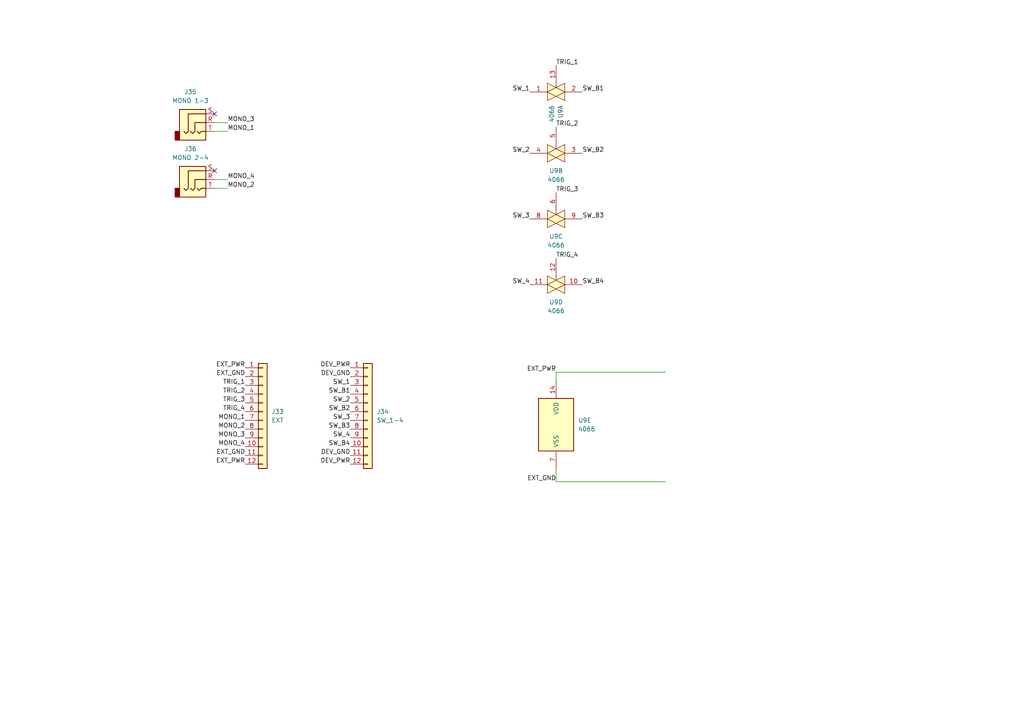
<source format=kicad_sch>
(kicad_sch (version 20231120) (generator "eeschema") (generator_version "8.0")
  (paper "A4")
  (title_block (title "Audio Thing Template") (rev "1.0") (company "velvia-fifty") (comment 1 "https://github.com/velvia-fifty/AudioThings") (comment 2 "You should have changed this already :)") (comment 4 "Stay humble"))
  (lib_symbols
    (symbol "4xxx:4066" (pin_names (offset 1.016))
      (property "Reference" "U" (at -7.62 8.89 0))
      (property "Value" "4066" (at -7.62 -8.89 0))
      (symbol "4066_1_0"
        (polyline (pts (xy 0 1.27) (xy 0 2.54)) (stroke (width 0.1524)))
        (polyline (pts (xy -2.54 0) (xy 2.54 2.54) (xy 2.54 -2.54) (xy -2.54 0)) (fill (type background)))
        (polyline (pts (xy -2.54 2.54) (xy 2.54 0) (xy -2.54 -2.54) (xy -2.54 2.54)) (fill (type background)))
        (pin passive line (at -7.62 0 0) (length 5.08) (name "~") (number "1"))
        (pin input line (at 0 7.62 270) (length 5.08) (name "~") (number "13"))
        (pin passive line (at 7.62 0 180) (length 5.08) (name "~") (number "2"))
      )
      (symbol "4066_2_0"
        (polyline (pts (xy 0 1.27) (xy 0 2.54)) (stroke (width 0.1524)))
        (polyline (pts (xy -2.54 0) (xy 2.54 2.54) (xy 2.54 -2.54) (xy -2.54 0)) (fill (type background)))
        (polyline (pts (xy -2.54 2.54) (xy 2.54 0) (xy -2.54 -2.54) (xy -2.54 2.54)) (fill (type background)))
        (pin passive line (at 7.62 0 180) (length 5.08) (name "~") (number "3"))
        (pin passive line (at -7.62 0 0) (length 5.08) (name "~") (number "4"))
        (pin input line (at 0 7.62 270) (length 5.08) (name "~") (number "5"))
      )
      (symbol "4066_3_0"
        (polyline (pts (xy 0 1.27) (xy 0 2.54)) (stroke (width 0.1524)))
        (polyline (pts (xy -2.54 0) (xy 2.54 2.54) (xy 2.54 -2.54) (xy -2.54 0)) (fill (type background)))
        (polyline (pts (xy -2.54 2.54) (xy 2.54 0) (xy -2.54 -2.54) (xy -2.54 2.54)) (fill (type background)))
        (pin input line (at 0 7.62 270) (length 5.08) (name "~") (number "6"))
        (pin passive line (at -7.62 0 0) (length 5.08) (name "~") (number "8"))
        (pin passive line (at 7.62 0 180) (length 5.08) (name "~") (number "9"))
      )
      (symbol "4066_4_0"
        (polyline (pts (xy 0 1.27) (xy 0 2.54)) (stroke (width 0.1524)))
        (polyline (pts (xy -2.54 0) (xy 2.54 2.54) (xy 2.54 -2.54) (xy -2.54 0)) (fill (type background)))
        (polyline (pts (xy -2.54 2.54) (xy 2.54 0) (xy -2.54 -2.54) (xy -2.54 2.54)) (fill (type background)))
        (pin passive line (at 7.62 0 180) (length 5.08) (name "~") (number "10"))
        (pin passive line (at -7.62 0 0) (length 5.08) (name "~") (number "11"))
        (pin input line (at 0 7.62 270) (length 5.08) (name "~") (number "12"))
      )
      (symbol "4066_5_0"
        (pin power_in line (at 0 12.7 270) (length 5.08) (name "VDD") (number "14"))
        (pin power_in line (at 0 -12.7 90) (length 5.08) (name "VSS") (number "7"))
      )
      (symbol "4066_5_1"
        (rectangle (start -5.08 7.62) (end 5.08 -7.62) (stroke (width 0.254)) (fill (type background)))
      )
    )
    (symbol "Connector_Audio:AudioJack3"
      (property "Reference" "J" (at 0 8.89 0))
      (property "Value" "AudioJack3" (at 0 6.35 0))
      (symbol "AudioJack3_0_1"
        (rectangle (start -5.08 -5.08) (end -6.35 -2.54) (stroke (width 0.254)) (fill (type outline)))
        (polyline (pts (xy 0 -2.54) (xy 0.635 -3.175) (xy 1.27 -2.54) (xy 2.54 -2.54)) (stroke (width 0.254)))
        (polyline (pts (xy -1.905 -2.54) (xy -1.27 -3.175) (xy -0.635 -2.54) (xy -0.635 0) (xy 2.54 0)) (stroke (width 0.254)))
        (polyline (pts (xy 2.54 2.54) (xy -2.54 2.54) (xy -2.54 -2.54) (xy -3.175 -3.175) (xy -3.81 -2.54)) (stroke (width 0.254)))
        (rectangle (start 2.54 3.81) (end -5.08 -5.08) (stroke (width 0.254)) (fill (type background)))
      )
      (symbol "AudioJack3_1_1"
        (pin passive line (at 5.08 0 180) (length 2.54) (name "~") (number "R"))
        (pin passive line (at 5.08 2.54 180) (length 2.54) (name "~") (number "S"))
        (pin passive line (at 5.08 -2.54 180) (length 2.54) (name "~") (number "T"))
      )
    )
    (symbol "Connector_Generic:Conn_01x12" (pin_names (offset 1.016) hide)
      (property "Reference" "J" (at 0 15.24 0))
      (property "Value" "Conn_01x12" (at 0 -17.78 0))
      (symbol "Conn_01x12_1_1"
        (rectangle (start -1.27 -15.113) (end 0 -15.367) (stroke (width 0.1524)))
        (rectangle (start -1.27 -12.573) (end 0 -12.827) (stroke (width 0.1524)))
        (rectangle (start -1.27 -10.033) (end 0 -10.287) (stroke (width 0.1524)))
        (rectangle (start -1.27 -7.493) (end 0 -7.747) (stroke (width 0.1524)))
        (rectangle (start -1.27 -4.953) (end 0 -5.207) (stroke (width 0.1524)))
        (rectangle (start -1.27 -2.413) (end 0 -2.667) (stroke (width 0.1524)))
        (rectangle (start -1.27 0.127) (end 0 -0.127) (stroke (width 0.1524)))
        (rectangle (start -1.27 2.667) (end 0 2.413) (stroke (width 0.1524)))
        (rectangle (start -1.27 5.207) (end 0 4.953) (stroke (width 0.1524)))
        (rectangle (start -1.27 7.747) (end 0 7.493) (stroke (width 0.1524)))
        (rectangle (start -1.27 10.287) (end 0 10.033) (stroke (width 0.1524)))
        (rectangle (start -1.27 12.827) (end 0 12.573) (stroke (width 0.1524)))
        (rectangle (start -1.27 13.97) (end 1.27 -16.51) (stroke (width 0.254)) (fill (type background)))
        (pin passive line (at -5.08 12.7 0) (length 3.81) (name "Pin_1") (number "1"))
        (pin passive line (at -5.08 -10.16 0) (length 3.81) (name "Pin_10") (number "10"))
        (pin passive line (at -5.08 -12.7 0) (length 3.81) (name "Pin_11") (number "11"))
        (pin passive line (at -5.08 -15.24 0) (length 3.81) (name "Pin_12") (number "12"))
        (pin passive line (at -5.08 10.16 0) (length 3.81) (name "Pin_2") (number "2"))
        (pin passive line (at -5.08 7.62 0) (length 3.81) (name "Pin_3") (number "3"))
        (pin passive line (at -5.08 5.08 0) (length 3.81) (name "Pin_4") (number "4"))
        (pin passive line (at -5.08 2.54 0) (length 3.81) (name "Pin_5") (number "5"))
        (pin passive line (at -5.08 0 0) (length 3.81) (name "Pin_6") (number "6"))
        (pin passive line (at -5.08 -2.54 0) (length 3.81) (name "Pin_7") (number "7"))
        (pin passive line (at -5.08 -5.08 0) (length 3.81) (name "Pin_8") (number "8"))
        (pin passive line (at -5.08 -7.62 0) (length 3.81) (name "Pin_9") (number "9"))
      )
    )
  )
  (no_connect (at 62.23 33.02))
  (no_connect (at 62.23 49.53))
  (wire (pts (xy 161.29 139.7) (xy 161.29 135.89)))
  (wire (pts (xy 161.29 139.7) (xy 193.04 139.7)))
  (wire (pts (xy 66.04 54.61) (xy 62.23 54.61)))
  (wire (pts (xy 66.04 52.07) (xy 62.23 52.07)))
  (wire (pts (xy 66.04 35.56) (xy 62.23 35.56)))
  (wire (pts (xy 66.04 38.1) (xy 62.23 38.1)))
  (wire (pts (xy 161.29 107.95) (xy 161.29 110.49)))
  (wire (pts (xy 161.29 107.95) (xy 193.04 107.95)))
  (label "TRIG_1" (at 161.29 19.05 0))
  (label "MONO_4" (at 71.12 129.54 180))
  (label "SW_1" (at 153.67 26.67 180))
  (label "SW_B4" (at 168.91 82.55 0))
  (label "MONO_4" (at 66.04 52.07 0))
  (label "EXT_GND" (at 71.12 109.22 180))
  (label "EXT_PWR" (at 161.29 107.95 180))
  (label "DEV_GND" (at 101.6 132.08 180))
  (label "EXT_GND" (at 71.12 132.08 180))
  (label "EXT_PWR" (at 71.12 106.68 180))
  (label "EXT_GND" (at 161.29 139.7 180))
  (label "SW_3" (at 101.6 121.92 180))
  (label "TRIG_4" (at 71.12 119.38 180))
  (label "SW_2" (at 101.6 116.84 180))
  (label "SW_1" (at 101.6 111.76 180))
  (label "SW_B3" (at 168.91 63.5 0))
  (label "TRIG_4" (at 161.29 74.93 0))
  (label "SW_B1" (at 101.6 114.3 180))
  (label "TRIG_2" (at 71.12 114.3 180))
  (label "MONO_3" (at 66.04 35.56 0))
  (label "TRIG_1" (at 71.12 111.76 180))
  (label "SW_B3" (at 101.6 124.46 180))
  (label "TRIG_2" (at 161.29 36.83 0))
  (label "TRIG_3" (at 161.29 55.88 0))
  (label "SW_B2" (at 101.6 119.38 180))
  (label "SW_B4" (at 101.6 129.54 180))
  (label "MONO_1" (at 71.12 121.92 180))
  (label "TRIG_3" (at 71.12 116.84 180))
  (label "SW_4" (at 153.67 82.55 180))
  (label "SW_B1" (at 168.91 26.67 0))
  (label "MONO_1" (at 66.04 38.1 0))
  (label "DEV_PWR" (at 101.6 134.62 180))
  (label "MONO_2" (at 66.04 54.61 0))
  (label "MONO_2" (at 71.12 124.46 180))
  (label "SW_3" (at 153.67 63.5 180))
  (label "SW_4" (at 101.6 127 180))
  (label "SW_2" (at 153.67 44.45 180))
  (label "MONO_3" (at 71.12 127 180))
  (label "DEV_GND" (at 101.6 109.22 180))
  (label "DEV_PWR" (at 101.6 106.68 180))
  (label "EXT_PWR" (at 71.12 134.62 180))
  (label "SW_B2" (at 168.91 44.45 0))
  (symbol (lib_id "Connector_Generic:Conn_01x12") (at 76.2 119.38 0) (unit 1)
    (property "Reference" "J33" (at 78.74 119.3799 0) (effects (justify left)))
    (property "Value" "EXT" (at 78.74 121.9199 0) (effects (justify left)))
    (property "Footprint" "AT-Footprints:JST_SHL 12pin w pads" (effects (hide yes)))
    (property "Description" "Generic connector, single row, 01x12, script generated (kicad-library-utils/schlib/autogen/connector/)" (effects (hide yes)))
  )
  (symbol (lib_id "Connector_Audio:AudioJack3") (at 57.15 52.07 0) (unit 1)
    (property "Reference" "J36" (at 55.245 43.18 0))
    (property "Value" "MONO 2-4" (at 55.245 45.72 0))
    (property "Footprint" "AT-Footprints:SJ3-3505" (effects (hide yes)))
    (property "Description" "Audio Jack, 3 Poles (Stereo / TRS)" (effects (hide yes)))
  )
  (symbol (lib_id "4xxx:4066") (at 161.29 26.67 0) (unit 1)
    (property "Reference" "U9" (at 162.5601 30.48 90) (effects (justify right)))
    (property "Value" "4066" (at 160.0201 30.48 90) (effects (justify right)))
    (property "Footprint" "Package_DFN_QFN:DHVQFN-14-1EP_2.5x3mm_P0.5mm_EP1x1.5mm" (effects (hide yes)))
    (property "Datasheet" "http://www.ti.com/lit/ds/symlink/cd4066b.pdf" (effects (hide yes)))
    (property "Description" "Quad Analog Switches" (effects (hide yes)))
  )
  (symbol (lib_id "4xxx:4066") (at 161.29 82.55 0) (unit 4)
    (property "Reference" "U9" (at 161.29 87.63 0))
    (property "Value" "4066" (at 161.29 90.17 0))
    (property "Footprint" "Package_DFN_QFN:DHVQFN-14-1EP_2.5x3mm_P0.5mm_EP1x1.5mm" (effects (hide yes)))
    (property "Datasheet" "http://www.ti.com/lit/ds/symlink/cd4066b.pdf" (effects (hide yes)))
    (property "Description" "Quad Analog Switches" (effects (hide yes)))
  )
  (symbol (lib_id "4xxx:4066") (at 161.29 63.5 0) (unit 3)
    (property "Reference" "U9" (at 161.29 68.58 0))
    (property "Value" "4066" (at 161.29 71.12 0))
    (property "Footprint" "Package_DFN_QFN:DHVQFN-14-1EP_2.5x3mm_P0.5mm_EP1x1.5mm" (effects (hide yes)))
    (property "Datasheet" "http://www.ti.com/lit/ds/symlink/cd4066b.pdf" (effects (hide yes)))
    (property "Description" "Quad Analog Switches" (effects (hide yes)))
  )
  (symbol (lib_id "Connector_Generic:Conn_01x12") (at 106.68 119.38 0) (unit 1)
    (property "Reference" "J34" (at 109.22 119.3799 0) (effects (justify left)))
    (property "Value" "SW_1-4" (at 109.22 121.9199 0) (effects (justify left)))
    (property "Footprint" "AT-Footprints:JST_SHL 12pin w pads" (effects (hide yes)))
    (property "Description" "Generic connector, single row, 01x12, script generated (kicad-library-utils/schlib/autogen/connector/)" (effects (hide yes)))
  )
  (symbol (lib_id "4xxx:4066") (at 161.29 44.45 0) (unit 2)
    (property "Reference" "U9" (at 161.29 49.53 0))
    (property "Value" "4066" (at 161.29 52.07 0))
    (property "Footprint" "Package_DFN_QFN:DHVQFN-14-1EP_2.5x3mm_P0.5mm_EP1x1.5mm" (effects (hide yes)))
    (property "Datasheet" "http://www.ti.com/lit/ds/symlink/cd4066b.pdf" (effects (hide yes)))
    (property "Description" "Quad Analog Switches" (effects (hide yes)))
  )
  (symbol (lib_id "4xxx:4066") (at 161.29 123.19 0) (unit 5)
    (property "Reference" "U9" (at 167.64 121.9199 0) (effects (justify left)))
    (property "Value" "4066" (at 167.64 124.4599 0) (effects (justify left)))
    (property "Footprint" "Package_DFN_QFN:DHVQFN-14-1EP_2.5x3mm_P0.5mm_EP1x1.5mm" (effects (hide yes)))
    (property "Datasheet" "http://www.ti.com/lit/ds/symlink/cd4066b.pdf" (effects (hide yes)))
    (property "Description" "Quad Analog Switches" (effects (hide yes)))
  )
  (symbol (lib_id "Connector_Audio:AudioJack3") (at 57.15 35.56 0) (unit 1)
    (property "Reference" "J35" (at 55.245 26.67 0))
    (property "Value" "MONO 1-3" (at 55.245 29.21 0))
    (property "Footprint" "AT-Footprints:SJ3-3505" (effects (hide yes)))
    (property "Description" "Audio Jack, 3 Poles (Stereo / TRS)" (effects (hide yes)))
  )
)
</source>
